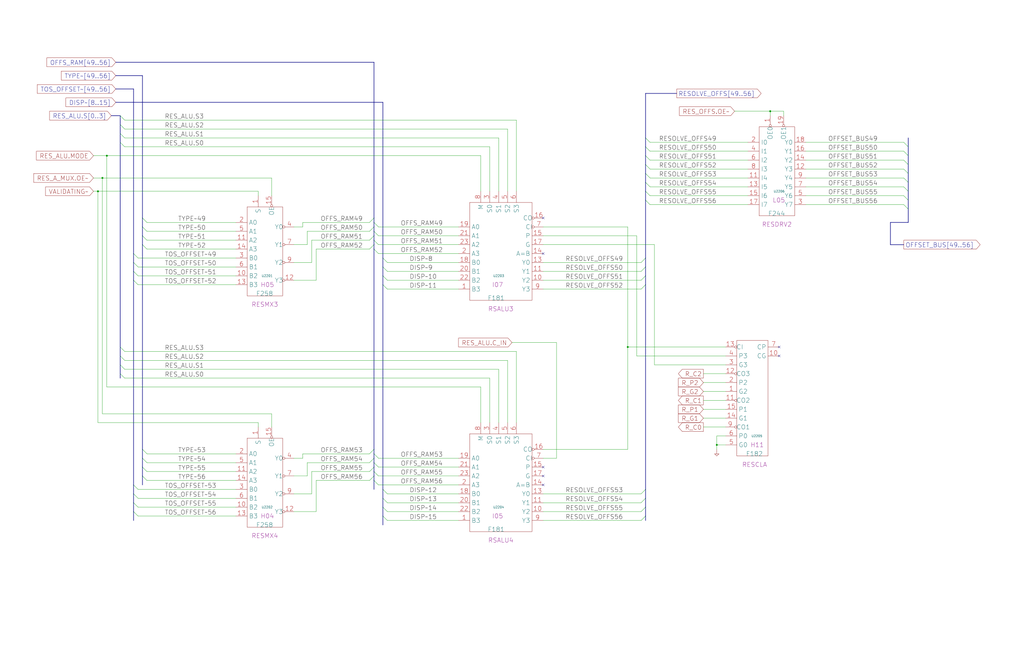
<source format=kicad_sch>
(kicad_sch (version 20250114) (generator "eeschema") (generator_version "9.0")
  (paper "User" 584.2 378.46)
  (title_block (title "RESOLVE ALU BITS (49:56)") (date "22-MAY-90") (rev "1.0") (comment 1 "SEQUENCER") (comment 2 "232-003064") (comment 3 "S400") (comment 4 "RELEASED"))
  (lib_symbols
    (symbol "r1000:F181" (pin_names (offset 1.016))
      (property "Reference" "U" (at 2.54 5.08 0))
      (property "Value" "F181" (at -3.81 -7.62 0))
      (property "Location" "___" (at -1.27 0 0))
      (property "Name" "______" (at 3.81 -15.24 0))
      (symbol "F181_1_1"
        (rectangle (start -13.97 46.99) (end 21.59 -8.89))
        (circle (center 22.225 38.1) (radius 0.635))
        (circle (center 22.225 33.02) (radius 0.635))
        (pin input line (at -20.32 33.02 0) (length 6.35) (name "A0") (number "19"))
        (pin input line (at -20.32 27.94 0) (length 6.35) (name "A1") (number "21"))
        (pin input line (at -20.32 22.86 0) (length 6.35) (name "A2") (number "23"))
        (pin input line (at -20.32 17.78 0) (length 6.35) (name "A3") (number "2"))
        (pin input line (at -20.32 12.7 0) (length 6.35) (name "B0") (number "18"))
        (pin input line (at -20.32 7.62 0) (length 6.35) (name "B1") (number "20"))
        (pin input line (at -20.32 2.54 0) (length 6.35) (name "B2") (number "22"))
        (pin input line (at -20.32 -2.54 0) (length 6.35) (name "B3") (number "1"))
        (pin input line (at -7.62 53.34 270) (length 6.35) (name "M") (number "8"))
        (pin input line (at -2.54 53.34 270) (length 6.35) (name "S0") (number "3"))
        (pin input line (at 2.54 53.34 270) (length 6.35) (name "S1") (number "4"))
        (pin input line (at 7.62 53.34 270) (length 6.35) (name "S2") (number "5"))
        (pin input line (at 12.7 53.34 270) (length 6.35) (name "S3") (number "6"))
        (pin output line (at 27.94 38.1 180) (length 5.08) (name "CO") (number "16"))
        (pin input line (at 27.94 33.02 180) (length 5.08) (name "CI") (number "7"))
        (pin output line (at 27.94 27.94 180) (length 6.35) (name "P") (number "15"))
        (pin output line (at 27.94 22.86 180) (length 6.35) (name "G") (number "17"))
        (pin open_collector line (at 27.94 17.78 180) (length 6.35) (name "A=B") (number "14"))
        (pin output line (at 27.94 12.7 180) (length 6.35) (name "Y0") (number "13"))
        (pin output line (at 27.94 7.62 180) (length 6.35) (name "Y1") (number "11"))
        (pin output line (at 27.94 2.54 180) (length 6.35) (name "Y2") (number "10"))
        (pin output line (at 27.94 -2.54 180) (length 6.35) (name "Y3") (number "9"))
      )
    )
    (symbol "r1000:F182" (pin_names (offset 1.016))
      (property "Reference" "U" (at 2.54 5.08 0))
      (property "Value" "F182" (at -3.81 -5.08 0))
      (property "Location" "___" (at -1.27 0 0))
      (property "Name" "______" (at 1.27 -12.7 0))
      (symbol "F182_1_1"
        (circle (center -9.525 55.88) (radius 0.635))
        (circle (center -9.525 40.64) (radius 0.635))
        (circle (center -9.525 25.4) (radius 0.635))
        (circle (center -9.525 10.16) (radius 0.635))
        (rectangle (start -8.89 59.69) (end 8.89 -6.35))
        (pin input line (at -15.24 55.88 0) (length 5.08) (name "CI") (number "13"))
        (pin input line (at -15.24 50.8 0) (length 6.35) (name "P3") (number "4"))
        (pin input line (at -15.24 45.72 0) (length 6.35) (name "G3") (number "3"))
        (pin output line (at -15.24 40.64 0) (length 5.08) (name "CO3") (number "12"))
        (pin input line (at -15.24 35.56 0) (length 6.35) (name "P2") (number "2"))
        (pin input line (at -15.24 30.48 0) (length 6.35) (name "G2") (number "1"))
        (pin output line (at -15.24 25.4 0) (length 5.08) (name "CO2") (number "11"))
        (pin input line (at -15.24 20.32 0) (length 6.35) (name "P1") (number "15"))
        (pin input line (at -15.24 15.24 0) (length 6.35) (name "G1") (number "14"))
        (pin output line (at -15.24 10.16 0) (length 5.08) (name "CO1") (number "9"))
        (pin input line (at -15.24 5.08 0) (length 6.35) (name "P0") (number "6"))
        (pin input line (at -15.24 0 0) (length 6.35) (name "G0") (number "5"))
        (pin output line (at 15.24 55.88 180) (length 6.35) (name "CP") (number "7"))
        (pin output line (at 15.24 50.8 180) (length 6.35) (name "CG") (number "10"))
      )
    )
    (symbol "r1000:F244" (pin_names (offset 1.016))
      (property "Reference" "U" (at 2.54 5.08 0))
      (property "Value" "F244" (at -3.81 -7.62 0))
      (property "Location" "___" (at -1.27 0 0))
      (property "Name" "______" (at 1.27 -15.24 0))
      (symbol "F244_1_1"
        (rectangle (start -8.89 41.91) (end 11.43 -8.89))
        (circle (center -2.54 42.545) (radius 0.635))
        (circle (center 5.08 42.545) (radius 0.635))
        (pin input line (at -15.24 33.02 0) (length 6.35) (name "I0") (number "2"))
        (pin input line (at -15.24 27.94 0) (length 6.35) (name "I1") (number "4"))
        (pin input line (at -15.24 22.86 0) (length 6.35) (name "I2") (number "6"))
        (pin input line (at -15.24 17.78 0) (length 6.35) (name "I3") (number "8"))
        (pin input line (at -15.24 12.7 0) (length 6.35) (name "I4") (number "11"))
        (pin input line (at -15.24 7.62 0) (length 6.35) (name "I5") (number "13"))
        (pin input line (at -15.24 2.54 0) (length 6.35) (name "I6") (number "15"))
        (pin input line (at -15.24 -2.54 0) (length 6.35) (name "I7") (number "17"))
        (pin input line (at -2.54 48.26 270) (length 5.08) (name "OE0") (number "1"))
        (pin input line (at 5.08 48.26 270) (length 5.08) (name "OE1") (number "19"))
        (pin tri_state line (at 17.78 33.02 180) (length 6.35) (name "Y0") (number "18"))
        (pin tri_state line (at 17.78 27.94 180) (length 6.35) (name "Y1") (number "16"))
        (pin tri_state line (at 17.78 22.86 180) (length 6.35) (name "Y2") (number "14"))
        (pin tri_state line (at 17.78 17.78 180) (length 6.35) (name "Y3") (number "12"))
        (pin tri_state line (at 17.78 12.7 180) (length 6.35) (name "Y4") (number "9"))
        (pin tri_state line (at 17.78 7.62 180) (length 6.35) (name "Y5") (number "7"))
        (pin tri_state line (at 17.78 2.54 180) (length 6.35) (name "Y6") (number "5"))
        (pin tri_state line (at 17.78 -2.54 180) (length 6.35) (name "Y7") (number "3"))
      )
    )
    (symbol "r1000:F258" (pin_names (offset 1.016))
      (property "Reference" "U" (at 2.54 5.08 0))
      (property "Value" "F258" (at -3.81 -5.08 0))
      (property "Location" "___" (at -1.27 0 0))
      (property "Name" "______" (at 1.27 -12.7 0))
      (symbol "F258_1_1"
        (rectangle (start -8.89 44.45) (end 11.43 -6.35))
        (circle (center 5.08 45.085) (radius 0.635))
        (circle (center 12.065 33.02) (radius 0.635))
        (circle (center 12.065 22.86) (radius 0.635))
        (circle (center 12.065 12.7) (radius 0.635))
        (circle (center 12.065 2.54) (radius 0.635))
        (pin input line (at -15.24 35.56 0) (length 6.35) (name "A0") (number "2"))
        (pin input line (at -15.24 30.48 0) (length 6.35) (name "A1") (number "5"))
        (pin input line (at -15.24 25.4 0) (length 6.35) (name "A2") (number "11"))
        (pin input line (at -15.24 20.32 0) (length 6.35) (name "A3") (number "14"))
        (pin input line (at -15.24 15.24 0) (length 6.35) (name "B0") (number "3"))
        (pin input line (at -15.24 10.16 0) (length 6.35) (name "B1") (number "6"))
        (pin input line (at -15.24 5.08 0) (length 6.35) (name "B2") (number "10"))
        (pin input line (at -15.24 0 0) (length 6.35) (name "B3") (number "13"))
        (pin input line (at -2.54 50.8 270) (length 6.35) (name "S") (number "1"))
        (pin input line (at 5.08 50.8 270) (length 5.08) (name "OE") (number "15"))
        (pin tri_state line (at 17.78 33.02 180) (length 5.08) (name "Y0") (number "4"))
        (pin tri_state line (at 17.78 22.86 180) (length 5.08) (name "Y1") (number "7"))
        (pin tri_state line (at 17.78 12.7 180) (length 5.08) (name "Y2") (number "9"))
        (pin tri_state line (at 17.78 2.54 180) (length 5.08) (name "Y3") (number "12"))
      )
    )
    (symbol "r1000:PD" (power) (pin_numbers (hide yes)) (pin_names (hide yes)) (in_bom no)
      (symbol "PD_0_1"
        (polyline (pts (xy 0 -2.54) (xy 1.27 -2.54) (xy 0 -3.81) (xy -1.27 -2.54) (xy 0 -2.54)) (stroke (width 0.1524)))
      )
      (symbol "PD_1_1"
        (pin power_in line (at 0 0 270) (length 2.54) (name "PD") (number "1"))
      )
    )
  )
  (junction (at 60.96 88.9))
  (junction (at 55.88 109.22))
  (junction (at 58.42 101.6))
  (junction (at 408.94 254))
  (junction (at 358.14 198.12))
  (junction (at 439.42 63.5))
  (no_connect (at 444.5 198.12))
  (no_connect (at 444.5 203.2))
  (no_connect (at 309.88 276.86))
  (no_connect (at 309.88 266.7))
  (no_connect (at 309.88 144.78))
  (no_connect (at 309.88 271.78))
  (no_connect (at 309.88 124.46))
  (bus_entry (at 76.2 160.02) (size 2.54 2.54))
  (bus_entry (at 76.2 287.02) (size 2.54 2.54))
  (bus_entry (at 368.3 279.4) (size -2.54 2.54))
  (bus_entry (at 218.44 152.4) (size 2.54 2.54))
  (bus_entry (at 368.3 104.14) (size 2.54 2.54))
  (bus_entry (at 68.58 198.12) (size 2.54 2.54))
  (bus_entry (at 368.3 83.82) (size 2.54 2.54))
  (bus_entry (at 515.62 91.44) (size 2.54 2.54))
  (bus_entry (at 213.36 256.54) (size -2.54 2.54))
  (bus_entry (at 213.36 139.7) (size -2.54 2.54))
  (bus_entry (at 515.62 116.84) (size 2.54 2.54))
  (bus_entry (at 368.3 93.98) (size 2.54 2.54))
  (bus_entry (at 515.62 81.28) (size 2.54 2.54))
  (bus_entry (at 218.44 294.64) (size 2.54 2.54))
  (bus_entry (at 213.36 124.46) (size -2.54 2.54))
  (bus_entry (at 218.44 289.56) (size 2.54 2.54))
  (bus_entry (at 368.3 88.9) (size 2.54 2.54))
  (bus_entry (at 368.3 294.64) (size -2.54 2.54))
  (bus_entry (at 213.36 142.24) (size 2.54 2.54))
  (bus_entry (at 76.2 292.1) (size 2.54 2.54))
  (bus_entry (at 515.62 111.76) (size 2.54 2.54))
  (bus_entry (at 368.3 109.22) (size 2.54 2.54))
  (bus_entry (at 81.28 129.54) (size 2.54 2.54))
  (bus_entry (at 213.36 269.24) (size 2.54 2.54))
  (bus_entry (at 213.36 137.16) (size 2.54 2.54))
  (bus_entry (at 515.62 106.68) (size 2.54 2.54))
  (bus_entry (at 68.58 66.04) (size 2.54 2.54))
  (bus_entry (at 213.36 264.16) (size 2.54 2.54))
  (bus_entry (at 218.44 284.48) (size 2.54 2.54))
  (bus_entry (at 515.62 101.6) (size 2.54 2.54))
  (bus_entry (at 213.36 274.32) (size 2.54 2.54))
  (bus_entry (at 213.36 259.08) (size 2.54 2.54))
  (bus_entry (at 76.2 149.86) (size 2.54 2.54))
  (bus_entry (at 368.3 162.56) (size -2.54 2.54))
  (bus_entry (at 515.62 86.36) (size 2.54 2.54))
  (bus_entry (at 213.36 127) (size 2.54 2.54))
  (bus_entry (at 68.58 213.36) (size 2.54 2.54))
  (bus_entry (at 213.36 261.62) (size -2.54 2.54))
  (bus_entry (at 213.36 129.54) (size -2.54 2.54))
  (bus_entry (at 218.44 162.56) (size 2.54 2.54))
  (bus_entry (at 213.36 134.62) (size -2.54 2.54))
  (bus_entry (at 368.3 147.32) (size -2.54 2.54))
  (bus_entry (at 81.28 261.62) (size 2.54 2.54))
  (bus_entry (at 76.2 144.78) (size 2.54 2.54))
  (bus_entry (at 81.28 256.54) (size 2.54 2.54))
  (bus_entry (at 213.36 271.78) (size -2.54 2.54))
  (bus_entry (at 368.3 114.3) (size 2.54 2.54))
  (bus_entry (at 218.44 279.4) (size 2.54 2.54))
  (bus_entry (at 68.58 203.2) (size 2.54 2.54))
  (bus_entry (at 76.2 276.86) (size 2.54 2.54))
  (bus_entry (at 81.28 124.46) (size 2.54 2.54))
  (bus_entry (at 81.28 139.7) (size 2.54 2.54))
  (bus_entry (at 368.3 99.06) (size 2.54 2.54))
  (bus_entry (at 81.28 271.78) (size 2.54 2.54))
  (bus_entry (at 76.2 154.94) (size 2.54 2.54))
  (bus_entry (at 218.44 147.32) (size 2.54 2.54))
  (bus_entry (at 68.58 81.28) (size 2.54 2.54))
  (bus_entry (at 368.3 152.4) (size -2.54 2.54))
  (bus_entry (at 81.28 134.62) (size 2.54 2.54))
  (bus_entry (at 68.58 208.28) (size 2.54 2.54))
  (bus_entry (at 68.58 71.12) (size 2.54 2.54))
  (bus_entry (at 218.44 157.48) (size 2.54 2.54))
  (bus_entry (at 213.36 132.08) (size 2.54 2.54))
  (bus_entry (at 81.28 266.7) (size 2.54 2.54))
  (bus_entry (at 368.3 78.74) (size 2.54 2.54))
  (bus_entry (at 368.3 289.56) (size -2.54 2.54))
  (bus_entry (at 368.3 284.48) (size -2.54 2.54))
  (bus_entry (at 76.2 281.94) (size 2.54 2.54))
  (bus_entry (at 515.62 96.52) (size 2.54 2.54))
  (bus_entry (at 213.36 266.7) (size -2.54 2.54))
  (bus_entry (at 368.3 157.48) (size -2.54 2.54))
  (bus_entry (at 68.58 76.2) (size 2.54 2.54))
  (wire (pts (xy 358.14 129.54) (xy 358.14 198.12)))
  (wire (pts (xy 78.74 152.4) (xy 134.62 152.4)))
  (bus (pts (xy 213.36 124.46) (xy 213.36 127)))
  (wire (pts (xy 167.64 292.1) (xy 180.34 292.1)))
  (wire (pts (xy 317.5 195.58) (xy 317.5 261.62)))
  (wire (pts (xy 370.84 106.68) (xy 426.72 106.68)))
  (wire (pts (xy 309.88 134.62) (xy 363.22 134.62)))
  (bus (pts (xy 81.28 134.62) (xy 81.28 139.7)))
  (bus (pts (xy 76.2 281.94) (xy 76.2 287.02)))
  (wire (pts (xy 439.42 63.5) (xy 439.42 66.04)))
  (wire (pts (xy 373.38 208.28) (xy 414.02 208.28)))
  (bus (pts (xy 81.28 43.18) (xy 81.28 124.46)))
  (wire (pts (xy 414.02 248.92) (xy 408.94 248.92)))
  (bus (pts (xy 68.58 198.12) (xy 68.58 203.2)))
  (wire (pts (xy 284.48 241.3) (xy 284.48 210.82)))
  (wire (pts (xy 459.74 96.52) (xy 515.62 96.52)))
  (bus (pts (xy 218.44 294.64) (xy 218.44 299.72)))
  (bus (pts (xy 68.58 208.28) (xy 68.58 213.36)))
  (bus (pts (xy 368.3 284.48) (xy 368.3 289.56)))
  (wire (pts (xy 284.48 109.22) (xy 284.48 78.74)))
  (bus (pts (xy 508 139.7) (xy 515.62 139.7)))
  (bus (pts (xy 76.2 154.94) (xy 76.2 160.02)))
  (bus (pts (xy 368.3 294.64) (xy 368.3 297.18)))
  (wire (pts (xy 459.74 101.6) (xy 515.62 101.6)))
  (wire (pts (xy 419.1 63.5) (xy 439.42 63.5)))
  (bus (pts (xy 76.2 276.86) (xy 76.2 281.94)))
  (wire (pts (xy 370.84 91.44) (xy 426.72 91.44)))
  (bus (pts (xy 218.44 147.32) (xy 218.44 152.4)))
  (wire (pts (xy 309.88 256.54) (xy 358.14 256.54)))
  (wire (pts (xy 83.82 137.16) (xy 134.62 137.16)))
  (wire (pts (xy 78.74 284.48) (xy 134.62 284.48)))
  (wire (pts (xy 370.84 116.84) (xy 426.72 116.84)))
  (bus (pts (xy 368.3 93.98) (xy 368.3 99.06)))
  (bus (pts (xy 66.04 58.42) (xy 218.44 58.42)))
  (bus (pts (xy 213.36 139.7) (xy 213.36 142.24)))
  (bus (pts (xy 68.58 71.12) (xy 68.58 76.2)))
  (wire (pts (xy 177.8 269.24) (xy 210.82 269.24)))
  (wire (pts (xy 180.34 292.1) (xy 180.34 274.32)))
  (wire (pts (xy 309.88 297.18) (xy 365.76 297.18)))
  (wire (pts (xy 220.98 297.18) (xy 261.62 297.18)))
  (wire (pts (xy 53.34 109.22) (xy 55.88 109.22)))
  (bus (pts (xy 213.36 134.62) (xy 213.36 137.16)))
  (wire (pts (xy 215.9 129.54) (xy 261.62 129.54)))
  (wire (pts (xy 309.88 160.02) (xy 365.76 160.02)))
  (bus (pts (xy 218.44 279.4) (xy 218.44 284.48)))
  (wire (pts (xy 172.72 129.54) (xy 172.72 127)))
  (wire (pts (xy 294.64 200.66) (xy 71.12 200.66)))
  (wire (pts (xy 167.64 261.62) (xy 172.72 261.62)))
  (bus (pts (xy 368.3 279.4) (xy 368.3 284.48)))
  (wire (pts (xy 220.98 292.1) (xy 261.62 292.1)))
  (wire (pts (xy 289.56 109.22) (xy 289.56 73.66)))
  (bus (pts (xy 213.36 35.56) (xy 213.36 124.46)))
  (bus (pts (xy 66.04 43.18) (xy 81.28 43.18)))
  (wire (pts (xy 447.04 66.04) (xy 447.04 63.5)))
  (bus (pts (xy 518.16 104.14) (xy 518.16 109.22)))
  (wire (pts (xy 408.94 254) (xy 408.94 256.54)))
  (wire (pts (xy 215.9 139.7) (xy 261.62 139.7)))
  (wire (pts (xy 147.32 243.84) (xy 147.32 241.3)))
  (wire (pts (xy 309.88 281.94) (xy 365.76 281.94)))
  (wire (pts (xy 408.94 248.92) (xy 408.94 254)))
  (bus (pts (xy 518.16 99.06) (xy 518.16 104.14)))
  (bus (pts (xy 368.3 152.4) (xy 368.3 157.48)))
  (bus (pts (xy 368.3 83.82) (xy 368.3 88.9)))
  (wire (pts (xy 78.74 157.48) (xy 134.62 157.48)))
  (wire (pts (xy 53.34 88.9) (xy 60.96 88.9)))
  (wire (pts (xy 58.42 236.22) (xy 58.42 101.6)))
  (bus (pts (xy 218.44 157.48) (xy 218.44 162.56)))
  (wire (pts (xy 401.32 243.84) (xy 414.02 243.84)))
  (wire (pts (xy 180.34 160.02) (xy 180.34 142.24)))
  (bus (pts (xy 213.36 259.08) (xy 213.36 261.62)))
  (wire (pts (xy 408.94 254) (xy 414.02 254)))
  (bus (pts (xy 68.58 66.04) (xy 68.58 71.12)))
  (wire (pts (xy 83.82 127) (xy 134.62 127)))
  (wire (pts (xy 147.32 241.3) (xy 55.88 241.3)))
  (wire (pts (xy 78.74 289.56) (xy 134.62 289.56)))
  (wire (pts (xy 167.64 139.7) (xy 175.26 139.7)))
  (bus (pts (xy 213.36 269.24) (xy 213.36 271.78)))
  (wire (pts (xy 78.74 147.32) (xy 134.62 147.32)))
  (wire (pts (xy 71.12 83.82) (xy 279.4 83.82)))
  (wire (pts (xy 71.12 210.82) (xy 284.48 210.82)))
  (bus (pts (xy 76.2 144.78) (xy 76.2 149.86)))
  (wire (pts (xy 220.98 154.94) (xy 261.62 154.94)))
  (bus (pts (xy 518.16 109.22) (xy 518.16 114.3)))
  (wire (pts (xy 83.82 132.08) (xy 134.62 132.08)))
  (wire (pts (xy 53.34 101.6) (xy 58.42 101.6)))
  (wire (pts (xy 60.96 88.9) (xy 274.32 88.9)))
  (bus (pts (xy 368.3 99.06) (xy 368.3 104.14)))
  (wire (pts (xy 401.32 218.44) (xy 414.02 218.44)))
  (wire (pts (xy 175.26 139.7) (xy 175.26 132.08)))
  (wire (pts (xy 220.98 165.1) (xy 261.62 165.1)))
  (wire (pts (xy 373.38 139.7) (xy 373.38 208.28)))
  (wire (pts (xy 459.74 86.36) (xy 515.62 86.36)))
  (wire (pts (xy 274.32 220.98) (xy 60.96 220.98)))
  (bus (pts (xy 213.36 142.24) (xy 213.36 256.54)))
  (wire (pts (xy 60.96 220.98) (xy 60.96 88.9)))
  (wire (pts (xy 294.64 241.3) (xy 294.64 200.66)))
  (wire (pts (xy 83.82 142.24) (xy 134.62 142.24)))
  (wire (pts (xy 370.84 81.28) (xy 426.72 81.28)))
  (wire (pts (xy 459.74 81.28) (xy 515.62 81.28)))
  (bus (pts (xy 508 127) (xy 518.16 127)))
  (bus (pts (xy 368.3 114.3) (xy 368.3 147.32)))
  (bus (pts (xy 213.36 271.78) (xy 213.36 274.32)))
  (wire (pts (xy 83.82 259.08) (xy 134.62 259.08)))
  (bus (pts (xy 81.28 261.62) (xy 81.28 266.7)))
  (bus (pts (xy 81.28 129.54) (xy 81.28 134.62)))
  (bus (pts (xy 213.36 274.32) (xy 213.36 279.4)))
  (wire (pts (xy 459.74 111.76) (xy 515.62 111.76)))
  (bus (pts (xy 368.3 162.56) (xy 368.3 279.4)))
  (bus (pts (xy 518.16 78.74) (xy 518.16 83.82)))
  (bus (pts (xy 66.04 35.56) (xy 213.36 35.56)))
  (bus (pts (xy 68.58 213.36) (xy 68.58 215.9)))
  (wire (pts (xy 363.22 203.2) (xy 414.02 203.2)))
  (bus (pts (xy 368.3 147.32) (xy 368.3 152.4)))
  (wire (pts (xy 55.88 109.22) (xy 147.32 109.22)))
  (wire (pts (xy 358.14 256.54) (xy 358.14 198.12)))
  (wire (pts (xy 309.88 165.1) (xy 365.76 165.1)))
  (wire (pts (xy 175.26 271.78) (xy 175.26 264.16)))
  (bus (pts (xy 66.04 50.8) (xy 76.2 50.8)))
  (wire (pts (xy 71.12 205.74) (xy 289.56 205.74)))
  (wire (pts (xy 309.88 292.1) (xy 365.76 292.1)))
  (wire (pts (xy 294.64 68.58) (xy 71.12 68.58)))
  (wire (pts (xy 83.82 264.16) (xy 134.62 264.16)))
  (bus (pts (xy 213.36 132.08) (xy 213.36 134.62)))
  (wire (pts (xy 370.84 111.76) (xy 426.72 111.76)))
  (wire (pts (xy 78.74 294.64) (xy 134.62 294.64)))
  (wire (pts (xy 363.22 134.62) (xy 363.22 203.2)))
  (wire (pts (xy 58.42 101.6) (xy 154.94 101.6)))
  (bus (pts (xy 213.36 261.62) (xy 213.36 264.16)))
  (bus (pts (xy 368.3 88.9) (xy 368.3 93.98)))
  (wire (pts (xy 309.88 154.94) (xy 365.76 154.94)))
  (wire (pts (xy 175.26 132.08) (xy 210.82 132.08)))
  (bus (pts (xy 76.2 292.1) (xy 76.2 297.18)))
  (wire (pts (xy 294.64 109.22) (xy 294.64 68.58)))
  (bus (pts (xy 81.28 256.54) (xy 81.28 261.62)))
  (wire (pts (xy 370.84 96.52) (xy 426.72 96.52)))
  (bus (pts (xy 368.3 109.22) (xy 368.3 114.3)))
  (bus (pts (xy 218.44 289.56) (xy 218.44 294.64)))
  (wire (pts (xy 439.42 63.5) (xy 447.04 63.5)))
  (wire (pts (xy 215.9 271.78) (xy 261.62 271.78)))
  (wire (pts (xy 215.9 134.62) (xy 261.62 134.62)))
  (wire (pts (xy 83.82 274.32) (xy 134.62 274.32)))
  (wire (pts (xy 289.56 241.3) (xy 289.56 205.74)))
  (wire (pts (xy 147.32 109.22) (xy 147.32 111.76)))
  (wire (pts (xy 177.8 281.94) (xy 177.8 269.24)))
  (wire (pts (xy 215.9 144.78) (xy 261.62 144.78)))
  (bus (pts (xy 218.44 162.56) (xy 218.44 279.4)))
  (bus (pts (xy 368.3 78.74) (xy 368.3 83.82)))
  (wire (pts (xy 167.64 281.94) (xy 177.8 281.94)))
  (wire (pts (xy 78.74 162.56) (xy 134.62 162.56)))
  (wire (pts (xy 317.5 261.62) (xy 309.88 261.62)))
  (wire (pts (xy 172.72 259.08) (xy 210.82 259.08)))
  (wire (pts (xy 83.82 269.24) (xy 134.62 269.24)))
  (wire (pts (xy 154.94 236.22) (xy 58.42 236.22)))
  (bus (pts (xy 213.36 137.16) (xy 213.36 139.7)))
  (wire (pts (xy 292.1 195.58) (xy 317.5 195.58)))
  (wire (pts (xy 459.74 116.84) (xy 515.62 116.84)))
  (wire (pts (xy 358.14 198.12) (xy 414.02 198.12)))
  (bus (pts (xy 508 139.7) (xy 508 127)))
  (bus (pts (xy 368.3 53.34) (xy 386.08 53.34)))
  (wire (pts (xy 370.84 101.6) (xy 426.72 101.6)))
  (bus (pts (xy 63.5 66.04) (xy 68.58 66.04)))
  (bus (pts (xy 213.36 256.54) (xy 213.36 259.08)))
  (wire (pts (xy 154.94 243.84) (xy 154.94 236.22)))
  (bus (pts (xy 68.58 203.2) (xy 68.58 208.28)))
  (bus (pts (xy 218.44 152.4) (xy 218.44 157.48)))
  (wire (pts (xy 215.9 276.86) (xy 261.62 276.86)))
  (wire (pts (xy 180.34 142.24) (xy 210.82 142.24)))
  (wire (pts (xy 459.74 91.44) (xy 515.62 91.44)))
  (bus (pts (xy 76.2 50.8) (xy 76.2 144.78)))
  (wire (pts (xy 215.9 266.7) (xy 261.62 266.7)))
  (wire (pts (xy 55.88 241.3) (xy 55.88 109.22)))
  (wire (pts (xy 78.74 279.4) (xy 134.62 279.4)))
  (bus (pts (xy 76.2 160.02) (xy 76.2 276.86)))
  (wire (pts (xy 401.32 223.52) (xy 414.02 223.52)))
  (wire (pts (xy 274.32 88.9) (xy 274.32 109.22)))
  (bus (pts (xy 218.44 58.42) (xy 218.44 147.32)))
  (bus (pts (xy 68.58 81.28) (xy 68.58 198.12)))
  (bus (pts (xy 76.2 149.86) (xy 76.2 154.94)))
  (wire (pts (xy 167.64 271.78) (xy 175.26 271.78)))
  (bus (pts (xy 368.3 289.56) (xy 368.3 294.64)))
  (bus (pts (xy 518.16 83.82) (xy 518.16 88.9)))
  (wire (pts (xy 167.64 129.54) (xy 172.72 129.54)))
  (wire (pts (xy 172.72 127) (xy 210.82 127)))
  (wire (pts (xy 401.32 238.76) (xy 414.02 238.76)))
  (bus (pts (xy 518.16 119.38) (xy 518.16 127)))
  (wire (pts (xy 172.72 261.62) (xy 172.72 259.08)))
  (wire (pts (xy 401.32 213.36) (xy 414.02 213.36)))
  (bus (pts (xy 81.28 271.78) (xy 81.28 276.86)))
  (wire (pts (xy 401.32 233.68) (xy 414.02 233.68)))
  (bus (pts (xy 81.28 124.46) (xy 81.28 129.54)))
  (bus (pts (xy 368.3 157.48) (xy 368.3 162.56)))
  (wire (pts (xy 279.4 109.22) (xy 279.4 83.82)))
  (bus (pts (xy 218.44 284.48) (xy 218.44 289.56)))
  (wire (pts (xy 279.4 241.3) (xy 279.4 215.9)))
  (wire (pts (xy 309.88 129.54) (xy 358.14 129.54)))
  (bus (pts (xy 518.16 93.98) (xy 518.16 99.06)))
  (bus (pts (xy 368.3 53.34) (xy 368.3 78.74)))
  (bus (pts (xy 76.2 287.02) (xy 76.2 292.1)))
  (bus (pts (xy 81.28 139.7) (xy 81.28 256.54)))
  (bus (pts (xy 213.36 129.54) (xy 213.36 132.08)))
  (wire (pts (xy 220.98 287.02) (xy 261.62 287.02)))
  (wire (pts (xy 71.12 78.74) (xy 284.48 78.74)))
  (bus (pts (xy 518.16 114.3) (xy 518.16 119.38)))
  (bus (pts (xy 213.36 264.16) (xy 213.36 266.7)))
  (wire (pts (xy 220.98 281.94) (xy 261.62 281.94)))
  (wire (pts (xy 370.84 86.36) (xy 426.72 86.36)))
  (bus (pts (xy 518.16 88.9) (xy 518.16 93.98)))
  (wire (pts (xy 309.88 149.86) (xy 365.76 149.86)))
  (bus (pts (xy 81.28 266.7) (xy 81.28 271.78)))
  (wire (pts (xy 175.26 264.16) (xy 210.82 264.16)))
  (wire (pts (xy 220.98 160.02) (xy 261.62 160.02)))
  (wire (pts (xy 177.8 137.16) (xy 210.82 137.16)))
  (wire (pts (xy 71.12 215.9) (xy 279.4 215.9)))
  (wire (pts (xy 71.12 73.66) (xy 289.56 73.66)))
  (wire (pts (xy 274.32 241.3) (xy 274.32 220.98)))
  (wire (pts (xy 309.88 139.7) (xy 373.38 139.7)))
  (wire (pts (xy 167.64 160.02) (xy 180.34 160.02)))
  (bus (pts (xy 368.3 104.14) (xy 368.3 109.22)))
  (wire (pts (xy 459.74 106.68) (xy 515.62 106.68)))
  (bus (pts (xy 213.36 266.7) (xy 213.36 269.24)))
  (wire (pts (xy 401.32 228.6) (xy 414.02 228.6)))
  (wire (pts (xy 167.64 149.86) (xy 177.8 149.86)))
  (bus (pts (xy 68.58 76.2) (xy 68.58 81.28)))
  (wire (pts (xy 154.94 101.6) (xy 154.94 111.76)))
  (bus (pts (xy 213.36 127) (xy 213.36 129.54)))
  (wire (pts (xy 220.98 149.86) (xy 261.62 149.86)))
  (wire (pts (xy 309.88 287.02) (xy 365.76 287.02)))
  (wire (pts (xy 177.8 149.86) (xy 177.8 137.16)))
  (wire (pts (xy 215.9 261.62) (xy 261.62 261.62)))
  (wire (pts (xy 180.34 274.32) (xy 210.82 274.32)))
  (label "OFFS_RAM52" (at 182.88 142.24 0) (effects (font (size 2.54 2.54))))
  (label "OFFS_RAM52" (at 228.6 144.78 0) (effects (font (size 2.54 2.54))))
  (label "TOS_OFFSET~51" (at 93.98 157.48 0) (effects (font (size 2.54 2.54))))
  (label "TOS_OFFSET~49" (at 93.98 147.32 0) (effects (font (size 2.54 2.54))))
  (label "RESOLVE_OFFS53" (at 322.58 281.94 0) (effects (font (size 2.54 2.54))))
  (label "RES_ALU.S0" (at 93.98 83.82 0) (effects (font (size 2.54 2.54))))
  (label "DISP~8" (at 233.68 149.86 0) (effects (font (size 2.54 2.54))))
  (label "RESOLVE_OFFS50" (at 322.58 154.94 0) (effects (font (size 2.54 2.54))))
  (label "RESOLVE_OFFS53" (at 375.92 101.6 0) (effects (font (size 2.54 2.54))))
  (label "DISP~15" (at 233.68 297.18 0) (effects (font (size 2.54 2.54))))
  (label "OFFS_RAM55" (at 182.88 269.24 0) (effects (font (size 2.54 2.54))))
  (label "OFFSET_BUS49" (at 472.44 81.28 0) (effects (font (size 2.54 2.54))))
  (label "TOS_OFFSET~50" (at 93.98 152.4 0) (effects (font (size 2.54 2.54))))
  (label "DISP~11" (at 233.68 165.1 0) (effects (font (size 2.54 2.54))))
  (label "OFFSET_BUS54" (at 472.44 106.68 0) (effects (font (size 2.54 2.54))))
  (label "OFFS_RAM50" (at 182.88 132.08 0) (effects (font (size 2.54 2.54))))
  (label "RES_ALU.S1" (at 93.98 210.82 0) (effects (font (size 2.54 2.54))))
  (label "RES_ALU.S1" (at 93.98 78.74 0) (effects (font (size 2.54 2.54))))
  (label "OFFS_RAM54" (at 228.6 266.7 0) (effects (font (size 2.54 2.54))))
  (label "TYPE~56" (at 101.6 274.32 0) (effects (font (size 2.54 2.54))))
  (label "RES_ALU.S3" (at 93.98 200.66 0) (effects (font (size 2.54 2.54))))
  (label "OFFSET_BUS56" (at 472.44 116.84 0) (effects (font (size 2.54 2.54))))
  (label "RESOLVE_OFFS52" (at 375.92 96.52 0) (effects (font (size 2.54 2.54))))
  (label "TYPE~54" (at 101.6 264.16 0) (effects (font (size 2.54 2.54))))
  (label "TYPE~52" (at 101.6 142.24 0) (effects (font (size 2.54 2.54))))
  (label "RES_ALU.S2" (at 93.98 205.74 0) (effects (font (size 2.54 2.54))))
  (label "OFFS_RAM51" (at 228.6 139.7 0) (effects (font (size 2.54 2.54))))
  (label "RESOLVE_OFFS52" (at 322.58 165.1 0) (effects (font (size 2.54 2.54))))
  (label "OFFS_RAM56" (at 182.88 274.32 0) (effects (font (size 2.54 2.54))))
  (label "RESOLVE_OFFS49" (at 322.58 149.86 0) (effects (font (size 2.54 2.54))))
  (label "TOS_OFFSET~55" (at 93.98 289.56 0) (effects (font (size 2.54 2.54))))
  (label "TYPE~50" (at 101.6 132.08 0) (effects (font (size 2.54 2.54))))
  (label "RESOLVE_OFFS56" (at 322.58 297.18 0) (effects (font (size 2.54 2.54))))
  (label "RESOLVE_OFFS50" (at 375.92 86.36 0) (effects (font (size 2.54 2.54))))
  (label "TOS_OFFSET~52" (at 93.98 162.56 0) (effects (font (size 2.54 2.54))))
  (label "OFFS_RAM56" (at 228.6 276.86 0) (effects (font (size 2.54 2.54))))
  (label "RESOLVE_OFFS51" (at 375.92 91.44 0) (effects (font (size 2.54 2.54))))
  (label "OFFSET_BUS50" (at 472.44 86.36 0) (effects (font (size 2.54 2.54))))
  (label "TYPE~49" (at 101.6 127 0) (effects (font (size 2.54 2.54))))
  (label "DISP~9" (at 233.68 154.94 0) (effects (font (size 2.54 2.54))))
  (label "OFFS_RAM51" (at 182.88 137.16 0) (effects (font (size 2.54 2.54))))
  (label "RESOLVE_OFFS51" (at 322.58 160.02 0) (effects (font (size 2.54 2.54))))
  (label "OFFS_RAM49" (at 228.6 129.54 0) (effects (font (size 2.54 2.54))))
  (label "RESOLVE_OFFS56" (at 375.92 116.84 0) (effects (font (size 2.54 2.54))))
  (label "RES_ALU.S0" (at 93.98 215.9 0) (effects (font (size 2.54 2.54))))
  (label "OFFSET_BUS53" (at 472.44 101.6 0) (effects (font (size 2.54 2.54))))
  (label "TOS_OFFSET~54" (at 93.98 284.48 0) (effects (font (size 2.54 2.54))))
  (label "RES_ALU.S2" (at 93.98 73.66 0) (effects (font (size 2.54 2.54))))
  (label "TOS_OFFSET~56" (at 93.98 294.64 0) (effects (font (size 2.54 2.54))))
  (label "TYPE~53" (at 101.6 259.08 0) (effects (font (size 2.54 2.54))))
  (label "RESOLVE_OFFS54" (at 322.58 287.02 0) (effects (font (size 2.54 2.54))))
  (label "DISP~13" (at 233.68 287.02 0) (effects (font (size 2.54 2.54))))
  (label "TOS_OFFSET~53" (at 93.98 279.4 0) (effects (font (size 2.54 2.54))))
  (label "RESOLVE_OFFS54" (at 375.92 106.68 0) (effects (font (size 2.54 2.54))))
  (label "DISP~14" (at 233.68 292.1 0) (effects (font (size 2.54 2.54))))
  (label "OFFSET_BUS52" (at 472.44 96.52 0) (effects (font (size 2.54 2.54))))
  (label "RES_ALU.S3" (at 93.98 68.58 0) (effects (font (size 2.54 2.54))))
  (label "DISP~10" (at 233.68 160.02 0) (effects (font (size 2.54 2.54))))
  (label "RESOLVE_OFFS55" (at 322.58 292.1 0) (effects (font (size 2.54 2.54))))
  (label "DISP~12" (at 233.68 281.94 0) (effects (font (size 2.54 2.54))))
  (label "RESOLVE_OFFS55" (at 375.92 111.76 0) (effects (font (size 2.54 2.54))))
  (label "TYPE~51" (at 101.6 137.16 0) (effects (font (size 2.54 2.54))))
  (label "OFFS_RAM53" (at 182.88 259.08 0) (effects (font (size 2.54 2.54))))
  (label "OFFS_RAM55" (at 228.6 271.78 0) (effects (font (size 2.54 2.54))))
  (label "OFFSET_BUS51" (at 472.44 91.44 0) (effects (font (size 2.54 2.54))))
  (label "OFFS_RAM54" (at 182.88 264.16 0) (effects (font (size 2.54 2.54))))
  (label "OFFS_RAM49" (at 182.88 127 0) (effects (font (size 2.54 2.54))))
  (label "RESOLVE_OFFS49" (at 375.92 81.28 0) (effects (font (size 2.54 2.54))))
  (label "OFFS_RAM53" (at 228.6 261.62 0) (effects (font (size 2.54 2.54))))
  (label "OFFS_RAM50" (at 228.6 134.62 0) (effects (font (size 2.54 2.54))))
  (label "TYPE~55" (at 101.6 269.24 0) (effects (font (size 2.54 2.54))))
  (label "OFFSET_BUS55" (at 472.44 111.76 0) (effects (font (size 2.54 2.54))))
  (global_label "RES_A_MUX.OE~" (shape input) (at 53.34 101.6 180) (effects (font (size 2.54 2.54))) (property "Intersheetrefs" "${INTERSHEET_REFS}" (at 19.2435 101.4413 0) (effects (font (size 1.905 1.905)) (justify right))))
  (global_label "R_C0" (shape output) (at 401.32 243.84 180) (effects (font (size 2.54 2.54))) (property "Intersheetrefs" "${INTERSHEET_REFS}" (at 387.0597 243.6813 0) (effects (font (size 1.905 1.905)) (justify right))))
  (global_label "RESOLVE_OFFS[49..56]" (shape output) (at 386.08 53.34 0) (effects (font (size 2.54 2.54))) (property "Intersheetrefs" "${INTERSHEET_REFS}" (at 434.207 53.1813 0) (effects (font (size 1.905 1.905)) (justify left))))
  (global_label "TOS_OFFSET~[49..56]" (shape input) (at 66.04 50.8 180) (effects (font (size 2.54 2.54))) (property "Intersheetrefs" "${INTERSHEET_REFS}" (at 21.2997 50.6413 0) (effects (font (size 1.905 1.905)) (justify right))))
  (global_label "RES_OFFS.OE~" (shape input) (at 419.1 63.5 180) (effects (font (size 2.54 2.54))) (property "Intersheetrefs" "${INTERSHEET_REFS}" (at 387.6645 63.3413 0) (effects (font (size 1.905 1.905)) (justify right))))
  (global_label "VALIDATING~" (shape input) (at 53.34 109.22 180) (effects (font (size 2.54 2.54))) (property "Intersheetrefs" "${INTERSHEET_REFS}" (at 26.0169 109.0613 0) (effects (font (size 1.905 1.905)) (justify right))))
  (global_label "RES_ALU.S[0..3]" (shape input) (at 63.5 66.04 180) (effects (font (size 2.54 2.54))) (property "Intersheetrefs" "${INTERSHEET_REFS}" (at 28.315 65.8813 0) (effects (font (size 1.905 1.905)) (justify right))))
  (global_label "R_G1" (shape input) (at 401.32 238.76 180) (effects (font (size 2.54 2.54))) (property "Intersheetrefs" "${INTERSHEET_REFS}" (at 387.0597 238.6013 0) (effects (font (size 1.905 1.905)) (justify right))))
  (global_label "OFFS_RAM[49..56]" (shape input) (at 66.04 35.56 180) (effects (font (size 2.54 2.54))) (property "Intersheetrefs" "${INTERSHEET_REFS}" (at 26.7426 35.4013 0) (effects (font (size 1.905 1.905)) (justify right))))
  (global_label "R_P1" (shape input) (at 401.32 233.68 180) (effects (font (size 2.54 2.54))) (property "Intersheetrefs" "${INTERSHEET_REFS}" (at 387.0597 233.5213 0) (effects (font (size 1.905 1.905)) (justify right))))
  (global_label "RES_ALU.C_IN" (shape input) (at 292.1 195.58 180) (effects (font (size 2.54 2.54))) (property "Intersheetrefs" "${INTERSHEET_REFS}" (at 261.6321 195.4213 0) (effects (font (size 1.905 1.905)) (justify right))))
  (global_label "RES_ALU.MODE" (shape input) (at 53.34 88.9 180) (effects (font (size 2.54 2.54))) (property "Intersheetrefs" "${INTERSHEET_REFS}" (at 20.8159 88.7413 0) (effects (font (size 1.905 1.905)) (justify right))))
  (global_label "DISP~[8..15]" (shape input) (at 66.04 58.42 180) (effects (font (size 2.54 2.54))) (property "Intersheetrefs" "${INTERSHEET_REFS}" (at 37.6283 58.2613 0) (effects (font (size 1.905 1.905)) (justify right))))
  (global_label "R_C2" (shape output) (at 401.32 213.36 180) (effects (font (size 2.54 2.54))) (property "Intersheetrefs" "${INTERSHEET_REFS}" (at 387.0597 213.2013 0) (effects (font (size 1.905 1.905)) (justify right))))
  (global_label "OFFSET_BUS[49..56]" (shape output) (at 515.62 139.7 0) (effects (font (size 2.54 2.54))) (property "Intersheetrefs" "${INTERSHEET_REFS}" (at 559.1508 139.5413 0) (effects (font (size 1.905 1.905)) (justify left))))
  (global_label "R_C1" (shape output) (at 401.32 228.6 180) (effects (font (size 2.54 2.54))) (property "Intersheetrefs" "${INTERSHEET_REFS}" (at 387.0597 228.4413 0) (effects (font (size 1.905 1.905)) (justify right))))
  (global_label "TYPE~[49..56]" (shape input) (at 66.04 43.18 180) (effects (font (size 2.54 2.54))) (property "Intersheetrefs" "${INTERSHEET_REFS}" (at 34.9673 43.0213 0) (effects (font (size 1.905 1.905)) (justify right))))
  (global_label "R_G2" (shape input) (at 401.32 223.52 180) (effects (font (size 2.54 2.54))) (property "Intersheetrefs" "${INTERSHEET_REFS}" (at 387.0597 223.3613 0) (effects (font (size 1.905 1.905)) (justify right))))
  (global_label "R_P2" (shape input) (at 401.32 218.44 180) (effects (font (size 2.54 2.54))) (property "Intersheetrefs" "${INTERSHEET_REFS}" (at 387.0597 218.2813 0) (effects (font (size 1.905 1.905)) (justify right))))
  (symbol (lib_id "r1000:F258") (at 149.86 294.64 0) (unit 1)
    (property "Reference" "U2202" (at 152.4 289.56 0))
    (property "Value" "F258" (at 146.05 299.72 0) (effects (font (size 2.54 2.54)) (justify left)))
    (property "Location" "H04" (at 148.59 294.64 0) (effects (font (size 2.54 2.54)) (justify left)))
    (property "Name" "RESMX4" (at 151.13 307.34 0) (effects (font (size 2.54 2.54)) (justify bottom)))
  )
  (symbol (lib_id "r1000:PD") (at 408.94 256.54 0) (unit 1) (in_bom no)
    (property "Reference" "#PWR02201" (effects (hide yes)))
    (property "Value" "PD" (effects (hide yes)))
  )
  (symbol (lib_id "r1000:F244") (at 441.96 114.3 0) (unit 1)
    (property "Reference" "U2206" (at 444.5 109.22 0))
    (property "Value" "F244" (at 438.15 121.92 0) (effects (font (size 2.54 2.54)) (justify left)))
    (property "Location" "L05" (at 440.69 114.3 0) (effects (font (size 2.54 2.54)) (justify left)))
    (property "Name" "RESDRV2" (at 443.23 129.54 0) (effects (font (size 2.54 2.54)) (justify bottom)))
  )
  (symbol (lib_id "r1000:F182") (at 429.26 254 0) (unit 1)
    (property "Reference" "U2205" (at 431.8 248.92 0))
    (property "Value" "F182" (at 425.45 259.08 0) (effects (font (size 2.54 2.54)) (justify left)))
    (property "Location" "H11" (at 427.99 254 0) (effects (font (size 2.54 2.54)) (justify left)))
    (property "Name" "RESCLA" (at 430.53 266.7 0) (effects (font (size 2.54 2.54)) (justify bottom)))
  )
  (symbol (lib_id "r1000:F258") (at 149.86 162.56 0) (unit 1)
    (property "Reference" "U2201" (at 152.4 157.48 0))
    (property "Value" "F258" (at 146.05 167.64 0) (effects (font (size 2.54 2.54)) (justify left)))
    (property "Location" "H05" (at 148.59 162.56 0) (effects (font (size 2.54 2.54)) (justify left)))
    (property "Name" "RESMX3" (at 151.13 175.26 0) (effects (font (size 2.54 2.54)) (justify bottom)))
  )
  (symbol (lib_id "r1000:F181") (at 281.94 294.64 0) (unit 1)
    (property "Reference" "U2204" (at 284.48 289.56 0))
    (property "Value" "F181" (at 278.13 302.26 0) (effects (font (size 2.54 2.54)) (justify left)))
    (property "Location" "I05" (at 280.67 294.64 0) (effects (font (size 2.54 2.54)) (justify left)))
    (property "Name" "RSALU4" (at 285.75 309.88 0) (effects (font (size 2.54 2.54)) (justify bottom)))
  )
  (symbol (lib_id "r1000:F181") (at 281.94 162.56 0) (unit 1)
    (property "Reference" "U2203" (at 284.48 157.48 0))
    (property "Value" "F181" (at 278.13 170.18 0) (effects (font (size 2.54 2.54)) (justify left)))
    (property "Location" "I07" (at 280.67 162.56 0) (effects (font (size 2.54 2.54)) (justify left)))
    (property "Name" "RSALU3" (at 285.75 177.8 0) (effects (font (size 2.54 2.54)) (justify bottom)))
  )
)
</source>
